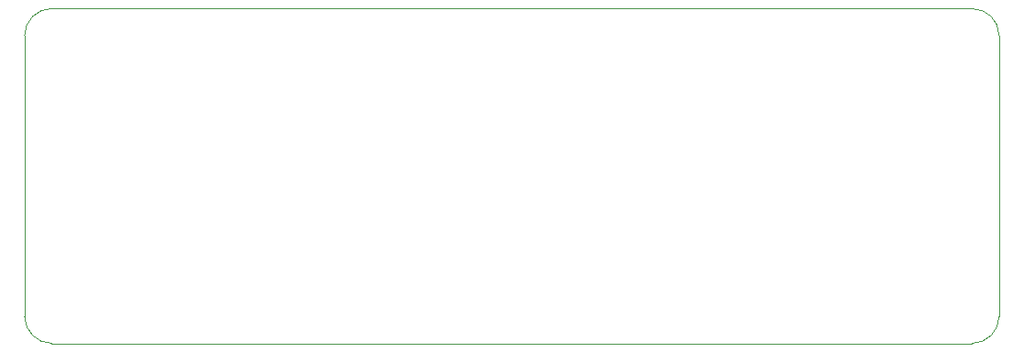
<source format=gbr>
%TF.GenerationSoftware,KiCad,Pcbnew,9.0.1-9.0.1-0~ubuntu24.04.1*%
%TF.CreationDate,2025-04-15T12:59:23-07:00*%
%TF.ProjectId,pots-over-cat6,706f7473-2d6f-4766-9572-2d636174362e,rev?*%
%TF.SameCoordinates,Original*%
%TF.FileFunction,Profile,NP*%
%FSLAX46Y46*%
G04 Gerber Fmt 4.6, Leading zero omitted, Abs format (unit mm)*
G04 Created by KiCad (PCBNEW 9.0.1-9.0.1-0~ubuntu24.04.1) date 2025-04-15 12:59:23*
%MOMM*%
%LPD*%
G01*
G04 APERTURE LIST*
%TA.AperFunction,Profile*%
%ADD10C,0.050000*%
%TD*%
G04 APERTURE END LIST*
D10*
X111000000Y-128500000D02*
X111000000Y-102500000D01*
X198500000Y-131000000D02*
X113500000Y-131000000D01*
X201000000Y-102500000D02*
X201000000Y-128500000D01*
X113500000Y-100000000D02*
X198500000Y-100000000D01*
X111000000Y-102500000D02*
G75*
G02*
X113500000Y-100000000I2500000J0D01*
G01*
X113500000Y-131000000D02*
G75*
G02*
X111000000Y-128500000I0J2500000D01*
G01*
X201000000Y-128500000D02*
G75*
G02*
X198500000Y-131000000I-2500000J0D01*
G01*
X198500000Y-100000000D02*
G75*
G02*
X201000000Y-102500000I0J-2500000D01*
G01*
M02*

</source>
